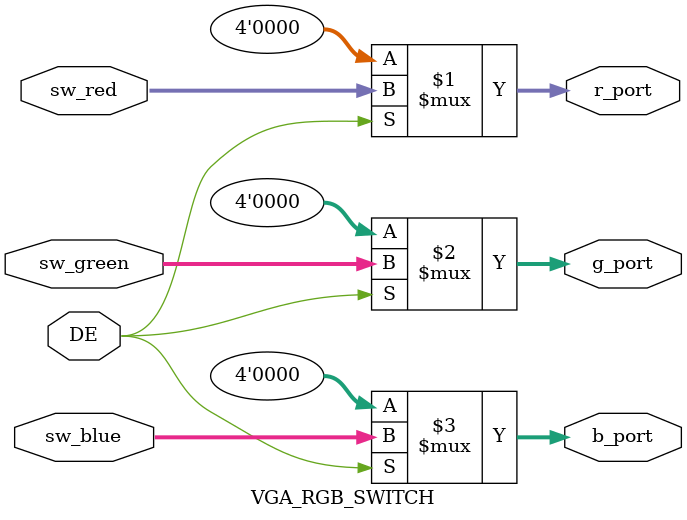
<source format=sv>
`timescale 1ns / 1ps

module VGA_RGB_SWITCH (
    input  logic [3:0] sw_red,
    input  logic [3:0] sw_green,
    input  logic [3:0] sw_blue,
    input  logic       DE,
    output logic [3:0] r_port,
    output logic [3:0] g_port,
    output logic [3:0] b_port
);
    assign r_port = DE ? sw_red : 4'b0;
    assign g_port = DE ? sw_green : 4'b0;
    assign b_port = DE ? sw_blue : 4'b0;
endmodule

</source>
